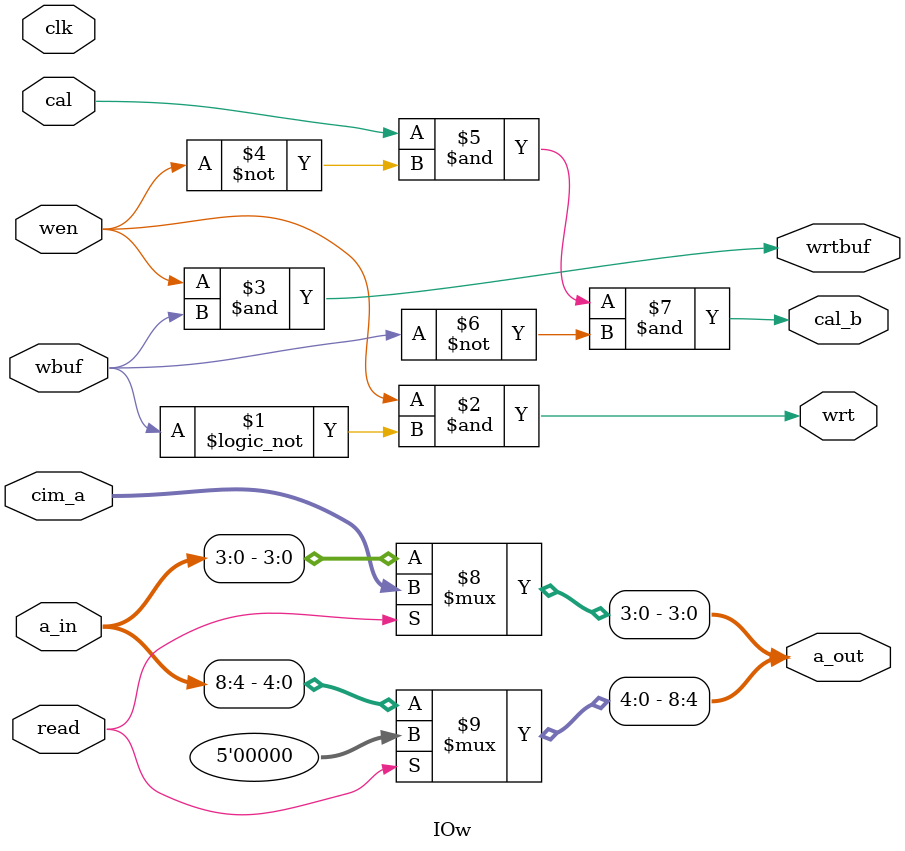
<source format=v>
`timescale 1ns / 1ns

//////////////////////////////////////////////////////////////////////////////////


module IOw(
    input clk,
    input wen,
    input wbuf,
    input cal,
    input [8:0]a_in,
    input [3:0]cim_a,
    input read,
    output [8:0] a_out,
    output wrt,
    output wrtbuf,
    output cal_b//cal_b�źŲ���״̬���Ŀ���
    );
    assign wrt = wen & !wbuf;
    assign wrtbuf = wen & wbuf;
    assign cal_b = cal & (~wen) & (~wbuf);
    assign a_out[3:0] = read?cim_a:a_in[3:0];
    assign a_out[8:4] = read?5'b0:a_in[8:4];
endmodule

</source>
